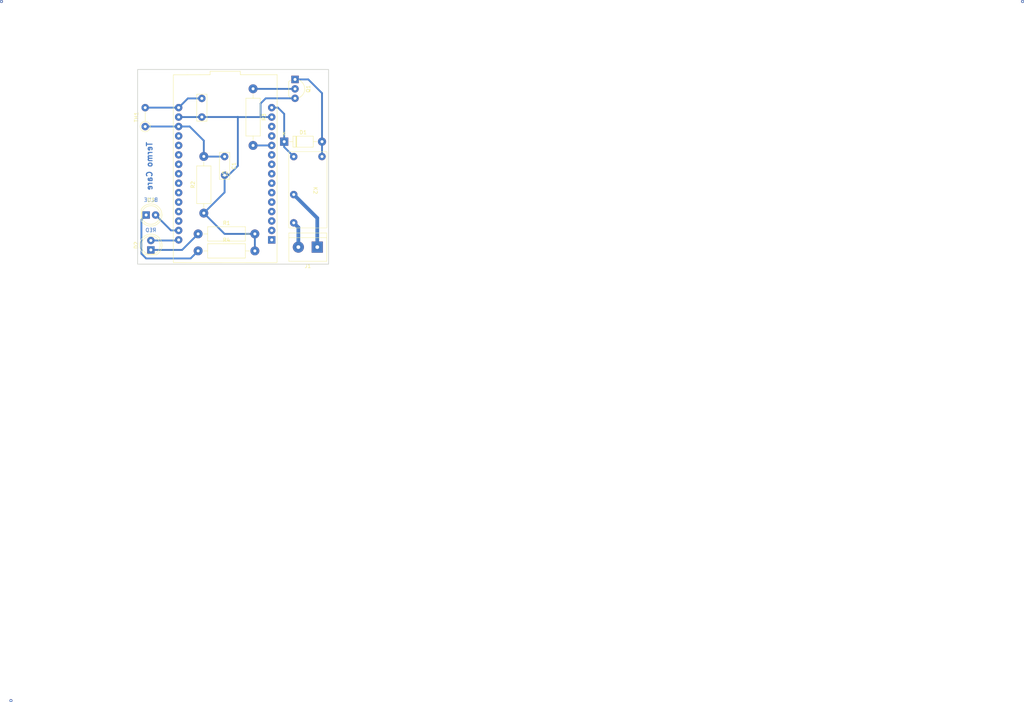
<source format=kicad_pcb>
(kicad_pcb (version 20221018) (generator pcbnew)
  (layers (0 "F.Cu" signal) (31 "B.Cu" signal) (34 "B.Paste" user) (35 "F.Paste" user) (36 "B.SilkS" user "B.Silkscreen") (37 "F.SilkS" user "F.Silkscreen") (38 "B.Mask" user) (39 "F.Mask" user) (44 "Edge.Cuts" user))
  (net 0 "")
  (net 1 "Net-(D1-A)")
  (net 2 "Net-(J1-Pin_1)")
  (net 3 "Net-(J1-Pin_2)")
  (net 4 "Net-(Q1-B)")
  (net 6 "+3V3")
  (net 15 "GND")
  (net 18 "+5V")
  (net 23 "Net-(S1-D14)")
  (net 26 "Net-(D2-A)")
  (net 27 "Net-(D3-A)")
  (net 28 "Net-(D2-K)")
  (net 29 "Net-(D3-K)")
  (net 30 "Net-(S1-D15)")
  (footprint "Resistor_THT:R_Axial_DIN0411_L9.9mm_D3.6mm_P15.24mm_Horizontal" (layer "F.Cu") (at 64.516 67.056 90)
    (fp_text reference "R2" (at 7.62 -2.92 90) (layer "F.SilkS"))
    (fp_text value "10k")
    (fp_line (start 1.44 0) (end 2.55 0) (stroke (width 0.12)) (layer "F.SilkS"))
    (fp_line (start 2.55 -1.92) (end 2.55 1.92) (stroke (width 0.12)) (layer "F.SilkS"))
    (fp_line (start 2.55 1.92) (end 12.69 1.92) (stroke (width 0.12)) (layer "F.SilkS"))
    (fp_line (start 12.69 -1.92) (end 2.55 -1.92) (stroke (width 0.12)) (layer "F.SilkS"))
    (fp_line (start 12.69 1.92) (end 12.69 -1.92) (stroke (width 0.12)) (layer "F.SilkS"))
    (fp_line (start 13.8 0) (end 12.69 0) (stroke (width 0.12)) (layer "F.SilkS"))
    (pad "1" thru_hole circle (at 0 0 90) (size 2.4 2.4) (drill 0.8) (layers "*.Cu" "*.Mask") (net 15 "GND"))
    (pad "2" thru_hole oval (at 15.24 0 90) (size 2.4 2.4) (drill 0.8) (layers "*.Cu" "*.Mask") (net 30 "Net-(S1-D15)"))
  )
  (footprint "TPSE:Relè_HF33F_CodiceRS_176-2640" (layer "F.Cu") (at 92.456 60.96 -90)
    (fp_text reference "K2" (at 0 -2.032 -90 unlocked) (layer "F.SilkS"))
    (fp_text value "RM50-xx21")
    (fp_rect (start -10.43 -5.14) (end 10.07 5.12) (stroke (width 0.1)) (fill none) (layer "F.SilkS"))
    (pad "1" thru_hole circle (at -9.1186 -3.815 270) (size 2 2) (drill 0.8) (layers "*.Cu" "*.Mask") (net 1 "Net-(D1-A)"))
    (pad "2" thru_hole circle (at -9.0932 3.7846 270) (size 2 2) (drill 0.8) (layers "*.Cu" "*.Mask") (net 18 "+5V"))
    (pad "3" thru_hole circle (at 1.1064 3.7846 270) (size 2 2) (drill 0.8) (layers "*.Cu" "*.Mask") (net 2 "Net-(J1-Pin_1)"))
    (pad "4" thru_hole circle (at 8.706 3.7846 270) (size 2 2) (drill 0.8) (layers "*.Cu" "*.Mask") (net 3 "Net-(J1-Pin_2)"))
  )
  (footprint "Resistor_THT:R_Axial_DIN0411_L9.9mm_D3.6mm_P15.24mm_Horizontal" (layer "F.Cu") (at 77.750709 33.62807 -90)
    (fp_text reference "R3" (at 7.62 -2.92 90) (layer "F.SilkS"))
    (fp_text value "10k")
    (fp_line (start 1.44 0) (end 2.55 0) (stroke (width 0.12)) (layer "F.SilkS"))
    (fp_line (start 2.55 -1.92) (end 2.55 1.92) (stroke (width 0.12)) (layer "F.SilkS"))
    (fp_line (start 2.55 1.92) (end 12.69 1.92) (stroke (width 0.12)) (layer "F.SilkS"))
    (fp_line (start 12.69 -1.92) (end 2.55 -1.92) (stroke (width 0.12)) (layer "F.SilkS"))
    (fp_line (start 12.69 1.92) (end 12.69 -1.92) (stroke (width 0.12)) (layer "F.SilkS"))
    (fp_line (start 13.8 0) (end 12.69 0) (stroke (width 0.12)) (layer "F.SilkS"))
    (pad "1" thru_hole circle (at 0 0 270) (size 2.4 2.4) (drill 0.8) (layers "*.Cu" "*.Mask") (net 4 "Net-(Q1-B)"))
    (pad "2" thru_hole oval (at 15.24 0 270) (size 2.4 2.4) (drill 0.8) (layers "*.Cu" "*.Mask") (net 23 "Net-(S1-D14)"))
  )
  (footprint "Capacitor_THT:C_Disc_D7.0mm_W2.5mm_P5.00mm" (layer "F.Cu") (at 70.104 51.856 -90)
    (fp_text reference "C1" (at 2.5 -2.5 90) (layer "F.SilkS"))
    (fp_text value "100n")
    (fp_line (start -1.12 -1.37) (end -1.12 1.37) (stroke (width 0.12)) (layer "F.SilkS"))
    (fp_line (start -1.12 -1.37) (end 6.12 -1.37) (stroke (width 0.12)) (layer "F.SilkS"))
    (fp_line (start -1.12 1.37) (end 6.12 1.37) (stroke (width 0.12)) (layer "F.SilkS"))
    (fp_line (start 6.12 -1.37) (end 6.12 1.37) (stroke (width 0.12)) (layer "F.SilkS"))
    (pad "1" thru_hole circle (at 0 0 270) (size 2 2) (drill 0.8) (layers "*.Cu" "*.Mask") (net 30 "Net-(S1-D15)"))
    (pad "2" thru_hole circle (at 5 0 270) (size 2 2) (drill 0.8) (layers "*.Cu" "*.Mask") (net 15 "GND"))
  )
  (footprint "Package_TO_SOT_THT:TO-92L_Inline_Wide" (layer "F.Cu") (at 89.022248 31.114925 -90)
    (fp_text reference "Q1" (at 2.54 -3.56 90) (layer "F.SilkS"))
    (fp_text value "BC337")
    (fp_line (start 0.6 1.7) (end 4.45 1.7) (stroke (width 0.12)) (layer "F.SilkS"))
    (fp_arc (start 0.1836 -1.098807) (mid 1.143021 -2.192817) (end 2.54 -2.6) (stroke (width 0.12)) (layer "F.SilkS"))
    (fp_arc (start 0.6 1.7) (mid 0.389183 1.423933) (end 0.217369 1.122045) (stroke (width 0.12)) (layer "F.SilkS"))
    (fp_arc (start 2.54 -2.6) (mid 3.936979 -2.192818) (end 4.8964 -1.098807) (stroke (width 0.12)) (layer "F.SilkS"))
    (fp_arc (start 4.842383 1.112264) (mid 4.666594 1.419753) (end 4.45 1.7) (stroke (width 0.12)) (layer "F.SilkS"))
    (pad "1" thru_hole rect (at 0 0 270) (size 2 2) (drill 0.8) (layers "*.Cu" "*.Mask") (net 1 "Net-(D1-A)"))
    (pad "2" thru_hole circle (at 2.54 0 270) (size 2 2) (drill 0.8) (layers "*.Cu" "*.Mask") (net 4 "Net-(Q1-B)"))
    (pad "3" thru_hole circle (at 5.08 0 270) (size 2 2) (drill 0.8) (layers "*.Cu" "*.Mask") (net 15 "GND"))
  )
  (footprint "Diode_THT:D_DO-41_SOD81_P10.16mm_Horizontal" (layer "F.Cu") (at 86.11188 47.841552)
    (fp_text reference "D1" (at 5.08 -2.47) (layer "F.SilkS"))
    (fp_text value "1N4007")
    (fp_text user "K" (at 0 -2.1) (layer "F.SilkS"))
    (fp_line (start 1.34 0) (end 2.36 0) (stroke (width 0.12)) (layer "F.SilkS"))
    (fp_line (start 2.36 -1.47) (end 2.36 1.47) (stroke (width 0.12)) (layer "F.SilkS"))
    (fp_line (start 2.36 1.47) (end 7.8 1.47) (stroke (width 0.12)) (layer "F.SilkS"))
    (fp_line (start 3.14 -1.47) (end 3.14 1.47) (stroke (width 0.12)) (layer "F.SilkS"))
    (fp_line (start 3.26 -1.47) (end 3.26 1.47) (stroke (width 0.12)) (layer "F.SilkS"))
    (fp_line (start 3.38 -1.47) (end 3.38 1.47) (stroke (width 0.12)) (layer "F.SilkS"))
    (fp_line (start 7.8 -1.47) (end 2.36 -1.47) (stroke (width 0.12)) (layer "F.SilkS"))
    (fp_line (start 7.8 1.47) (end 7.8 -1.47) (stroke (width 0.12)) (layer "F.SilkS"))
    (fp_line (start 8.82 0) (end 7.8 0) (stroke (width 0.12)) (layer "F.SilkS"))
    (pad "1" thru_hole rect (at 0 0) (size 2.2 2.2) (drill 0.8) (layers "*.Cu" "*.Mask") (net 18 "+5V"))
    (pad "2" thru_hole oval (at 10.16 0) (size 2.2 2.2) (drill 0.8) (layers "*.Cu" "*.Mask") (net 1 "Net-(D1-A)"))
  )
  (footprint "Resistor_THT:R_Axial_DIN0207_L6.3mm_D2.5mm_P5.08mm_Vertical" (layer "F.Cu") (at 48.768 43.782718 90)
    (fp_text reference "TH1" (at 2.54 -2.37 90) (layer "F.SilkS"))
    (fp_text value "Thermistor_NTC")
    (fp_line (start 1.37 0) (end 3.98 0) (stroke (width 0.12)) (layer "F.SilkS"))
    (fp_circle (center 0 0) (end 1.37 0) (stroke (width 0.12)) (fill none) (layer "F.SilkS"))
    (pad "1" thru_hole circle (at 0 0 90) (size 2 2) (drill 0.8) (layers "*.Cu" "*.Mask") (net 30 "Net-(S1-D15)"))
    (pad "2" thru_hole circle (at 5.08 0 90) (size 2 2) (drill 0.8) (layers "*.Cu" "*.Mask") (net 6 "+3V3"))
  )
  (footprint "LED_THT:LED_D5.0mm" (layer "F.Cu") (at 50.292 76.957 90)
    (fp_text reference "D2" (at 1.27 -3.96 90) (layer "F.SilkS"))
    (fp_text value "RED" (at 5.329 0) (layer "B.Cu") (effects (justify mirror)))
    (fp_line (start -1.29 -1.545) (end -1.29 1.545) (stroke (width 0.12)) (layer "F.SilkS"))
    (fp_arc (start -1.29 -1.54483) (mid 2.072002 -2.880433) (end 4.26 0.000462) (stroke (width 0.12)) (layer "F.SilkS"))
    (fp_arc (start 4.26 -0.000462) (mid 2.072002 2.880433) (end -1.29 1.54483) (stroke (width 0.12)) (layer "F.SilkS"))
    (fp_circle (center 1.27 0) (end 3.77 0) (stroke (width 0.12)) (fill none) (layer "F.SilkS"))
    (pad "1" thru_hole rect (at 0 0 90) (size 2 2) (drill 0.8) (layers "*.Cu" "*.Mask") (net 28 "Net-(D2-K)"))
    (pad "2" thru_hole circle (at 2.54 0 90) (size 2 2) (drill 0.8) (layers "*.Cu" "*.Mask") (net 26 "Net-(D2-A)"))
  )
  (footprint "TerminalBlock:TerminalBlock_bornier-2_P5.08mm" (layer "F.Cu") (at 94.996 76.2 180)
    (fp_text reference "J1" (at 2.54 -5.08) (layer "F.SilkS"))
    (fp_text value "guido")
    (fp_line (start -2.54 -3.81) (end -2.54 3.81) (stroke (width 0.12)) (layer "F.SilkS"))
    (fp_line (start -2.54 3.81) (end 7.62 3.81) (stroke (width 0.12)) (layer "F.SilkS"))
    (fp_line (start 7.62 -3.81) (end -2.54 -3.81) (stroke (width 0.12)) (layer "F.SilkS"))
    (fp_line (start 7.62 2.54) (end -2.54 2.54) (stroke (width 0.12)) (layer "F.SilkS"))
    (fp_line (start 7.62 3.81) (end 7.62 -3.81) (stroke (width 0.12)) (layer "F.SilkS"))
    (pad "1" thru_hole rect (at 0 0 180) (size 3 3) (drill 1) (layers "*.Cu" "*.Mask") (net 2 "Net-(J1-Pin_1)"))
    (pad "2" thru_hole circle (at 5.08 0 180) (size 3 3) (drill 1) (layers "*.Cu" "*.Mask") (net 3 "Net-(J1-Pin_2)"))
  )
  (footprint "Capacitor_THT:C_Disc_D7.0mm_W2.5mm_P5.00mm" (layer "F.Cu") (at 63.989975 36.220562 -90)
    (fp_text reference "C2" hide)
    (fp_text value "100n")
    (fp_line (start -1.12 -1.37) (end -1.12 1.37) (stroke (width 0.12)) (layer "F.SilkS"))
    (fp_line (start -1.12 -1.37) (end 6.12 -1.37) (stroke (width 0.12)) (layer "F.SilkS"))
    (fp_line (start -1.12 1.37) (end 6.12 1.37) (stroke (width 0.12)) (layer "F.SilkS"))
    (fp_line (start 6.12 -1.37) (end 6.12 1.37) (stroke (width 0.12)) (layer "F.SilkS"))
    (pad "1" thru_hole circle (at 0 0 270) (size 2 2) (drill 0.8) (layers "*.Cu" "*.Mask") (net 6 "+3V3"))
    (pad "2" thru_hole circle (at 5 0 270) (size 2 2) (drill 0.8) (layers "*.Cu" "*.Mask") (net 15 "GND"))
  )
  (footprint "LED_THT:LED_D5.0mm" (layer "F.Cu") (at 49.017 67.564)
    (fp_text reference "D3" (at 1.27 -3.96) (layer "F.SilkS"))
    (fp_text value "BLUE" (at 1.275 -4.064) (layer "B.Cu") (effects (justify mirror)))
    (fp_line (start -1.29 -1.545) (end -1.29 1.545) (stroke (width 0.12)) (layer "F.SilkS"))
    (fp_arc (start -1.29 -1.54483) (mid 2.072002 -2.880433) (end 4.26 0.000462) (stroke (width 0.12)) (layer "F.SilkS"))
    (fp_arc (start 4.26 -0.000462) (mid 2.072002 2.880433) (end -1.29 1.54483) (stroke (width 0.12)) (layer "F.SilkS"))
    (fp_circle (center 1.27 0) (end 3.77 0) (stroke (width 0.12)) (fill none) (layer "F.SilkS"))
    (pad "1" thru_hole rect (at 0 0) (size 2 2) (drill 0.8) (layers "*.Cu" "*.Mask") (net 29 "Net-(D3-K)"))
    (pad "2" thru_hole circle (at 2.54 0) (size 2 2) (drill 0.8) (layers "*.Cu" "*.Mask") (net 27 "Net-(D3-A)"))
  )
  (footprint "Resistor_THT:R_Axial_DIN0411_L9.9mm_D3.6mm_P15.24mm_Horizontal" (layer "F.Cu") (at 62.992 77.216)
    (fp_text reference "R4" (at 7.62 -2.92) (layer "F.SilkS"))
    (fp_text value "100")
    (fp_line (start 1.44 0) (end 2.55 0) (stroke (width 0.12)) (layer "F.SilkS"))
    (fp_line (start 2.55 -1.92) (end 2.55 1.92) (stroke (width 0.12)) (layer "F.SilkS"))
    (fp_line (start 2.55 1.92) (end 12.69 1.92) (stroke (width 0.12)) (layer "F.SilkS"))
    (fp_line (start 12.69 -1.92) (end 2.55 -1.92) (stroke (width 0.12)) (layer "F.SilkS"))
    (fp_line (start 12.69 1.92) (end 12.69 -1.92) (stroke (width 0.12)) (layer "F.SilkS"))
    (fp_line (start 13.8 0) (end 12.69 0) (stroke (width 0.12)) (layer "F.SilkS"))
    (pad "1" thru_hole circle (at 0 0) (size 2.4 2.4) (drill 0.8) (layers "*.Cu" "*.Mask") (net 29 "Net-(D3-K)"))
    (pad "2" thru_hole oval (at 15.24 0) (size 2.4 2.4) (drill 0.8) (layers "*.Cu" "*.Mask") (net 15 "GND"))
  )
  (footprint "Resistor_THT:R_Axial_DIN0411_L9.9mm_D3.6mm_P15.24mm_Horizontal" (layer "F.Cu") (at 62.992 72.644)
    (fp_text reference "R1" (at 7.62 -2.92) (layer "F.SilkS"))
    (fp_text value "100")
    (fp_line (start 1.44 0) (end 2.55 0) (stroke (width 0.12)) (layer "F.SilkS"))
    (fp_line (start 2.55 -1.92) (end 2.55 1.92) (stroke (width 0.12)) (layer "F.SilkS"))
    (fp_line (start 2.55 1.92) (end 12.69 1.92) (stroke (width 0.12)) (layer "F.SilkS"))
    (fp_line (start 12.69 -1.92) (end 2.55 -1.92) (stroke (width 0.12)) (layer "F.SilkS"))
    (fp_line (start 12.69 1.92) (end 12.69 -1.92) (stroke (width 0.12)) (layer "F.SilkS"))
    (fp_line (start 13.8 0) (end 12.69 0) (stroke (width 0.12)) (layer "F.SilkS"))
    (pad "1" thru_hole circle (at 0 0) (size 2.4 2.4) (drill 0.8) (layers "*.Cu" "*.Mask") (net 28 "Net-(D2-K)"))
    (pad "2" thru_hole oval (at 15.24 0) (size 2.4 2.4) (drill 0.8) (layers "*.Cu" "*.Mask") (net 15 "GND"))
  )
  (footprint "ESP32 Scuola:MODULE_ESP32-WROOM-32" (layer "F.Cu") (at 70.258401 53.953592 180)
    (fp_text reference "S1" (at 0 -2.54 180) (layer "F.SilkS"))
    (fp_text value "ESP32-WROOM-32")
    (fp_line (start -13.95 24.1) (end -4.07 24.1) (stroke (width 0.127)) (layer "F.SilkS"))
    (fp_line (start -13.925 -26.425) (end -13.95 24.1) (stroke (width 0.127)) (layer "F.SilkS"))
    (fp_line (start -13.85 -26.425) (end 13.925 -26.4) (stroke (width 0.12)) (layer "F.SilkS"))
    (fp_line (start -4.07 24.1) (end -4.07 25) (stroke (width 0.127)) (layer "F.SilkS"))
    (fp_line (start -4.07 25) (end 4.06 25) (stroke (width 0.127)) (layer "F.SilkS"))
    (fp_line (start 4.06 24.1) (end 13.9 24.075) (stroke (width 0.127)) (layer "F.SilkS"))
    (fp_line (start 4.06 25) (end 4.06 24.1) (stroke (width 0.127)) (layer "F.SilkS"))
    (fp_line (start 13.925 -26.35) (end 13.925 24.05) (stroke (width 0.12)) (layer "F.SilkS"))
    (pad "1" thru_hole rect (at -12.5 -20.3 180) (size 2 2) (drill 0.8) (layers "*.Cu" "*.Mask"))
    (pad "2" thru_hole oval (at -12.5 -17.76 180) (size 2 2) (drill 0.8) (layers "*.Cu" "*.Mask"))
    (pad "3" thru_hole oval (at -12.5 -15.22 180) (size 2 2) (drill 0.8) (layers "*.Cu" "*.Mask"))
    (pad "4" thru_hole oval (at -12.5 -12.68 180) (size 2 2) (drill 0.8) (layers "*.Cu" "*.Mask"))
    (pad "5" thru_hole oval (at -12.5 -10.14 180) (size 2 2) (drill 0.8) (layers "*.Cu" "*.Mask"))
    (pad "6" thru_hole oval (at -12.5 -7.6 180) (size 2 2) (drill 0.8) (layers "*.Cu" "*.Mask"))
    (pad "7" thru_hole oval (at -12.5 -5.06 180) (size 2 2) (drill 0.8) (layers "*.Cu" "*.Mask"))
    (pad "8" thru_hole oval (at -12.5 -2.52 180) (size 2 2) (drill 0.8) (layers "*.Cu" "*.Mask"))
    (pad "9" thru_hole oval (at -12.5 0.02 180) (size 2 2) (drill 0.8) (layers "*.Cu" "*.Mask"))
    (pad "10" thru_hole oval (at -12.5 2.56 180) (size 2 2) (drill 0.8) (layers "*.Cu" "*.Mask"))
    (pad "11" thru_hole oval (at -12.5 5.1 180) (size 2 2) (drill 0.8) (layers "*.Cu" "*.Mask") (net 23 "Net-(S1-D14)"))
    (pad "12" thru_hole oval (at -12.5 7.64 180) (size 2 2) (drill 0.8) (layers "*.Cu" "*.Mask"))
    (pad "13" thru_hole oval (at -12.5 10.18 180) (size 2 2) (drill 0.8) (layers "*.Cu" "*.Mask"))
    (pad "14" thru_hole oval (at -12.5 12.72 180) (size 2 2) (drill 0.8) (layers "*.Cu" "*.Mask") (net 15 "GND"))
    (pad "15" thru_hole oval (at -12.5 15.26 180) (size 2 2) (drill 0.8) (layers "*.Cu" "*.Mask") (net 18 "+5V"))
    (pad "16" thru_hole oval (at 12.5 15.26 180) (size 2 2) (drill 0.8) (layers "*.Cu" "*.Mask") (net 6 "+3V3"))
    (pad "17" thru_hole oval (at 12.5 12.72 180) (size 2 2) (drill 0.8) (layers "*.Cu" "*.Mask") (net 15 "GND"))
    (pad "18" thru_hole oval (at 12.5 10.18 180) (size 2 2) (drill 0.8) (layers "*.Cu" "*.Mask") (net 30 "Net-(S1-D15)"))
    (pad "19" thru_hole oval (at 12.5 7.64 180) (size 2 2) (drill 0.8) (layers "*.Cu" "*.Mask"))
    (pad "20" thru_hole oval (at 12.5 5.1 180) (size 2 2) (drill 0.8) (layers "*.Cu" "*.Mask"))
    (pad "21" thru_hole oval (at 12.5 2.56 180) (size 2 2) (drill 0.8) (layers "*.Cu" "*.Mask"))
    (pad "22" thru_hole oval (at 12.5 0.02 180) (size 2 2) (drill 0.8) (layers "*.Cu" "*.Mask"))
    (pad "23" thru_hole oval (at 12.5 -2.52 180) (size 2 2) (drill 0.8) (layers "*.Cu" "*.Mask"))
    (pad "24" thru_hole oval (at 12.5 -5.06 180) (size 2 2) (drill 0.8) (layers "*.Cu" "*.Mask"))
    (pad "25" thru_hole oval (at 12.5 -7.6 180) (size 2 2) (drill 0.8) (layers "*.Cu" "*.Mask"))
    (pad "26" thru_hole oval (at 12.5 -10.14 180) (size 2 2) (drill 0.8) (layers "*.Cu" "*.Mask"))
    (pad "27" thru_hole oval (at 12.5 -12.68 180) (size 2 2) (drill 0.8) (layers "*.Cu" "*.Mask"))
    (pad "28" thru_hole oval (at 12.5 -15.22 180) (size 2 2) (drill 0.8) (layers "*.Cu" "*.Mask"))
    (pad "29" thru_hole oval (at 12.5 -17.76 180) (size 2 2) (drill 0.8) (layers "*.Cu" "*.Mask") (net 27 "Net-(D3-A)"))
    (pad "30" thru_hole oval (at 12.5 -20.3 180) (size 2 2) (drill 0.8) (layers "*.Cu" "*.Mask") (net 26 "Net-(D2-A)"))
  )
  (gr_rect (start 46.736 28.448) (end 98.044 80.772) (stroke (width 0.2)) (fill none) (layer "Edge.Cuts"))
  (gr_text "Termo Care" (at 50.8 47.752 90) (layer "B.Cu") (effects (font (size 1.5 1.5) (thickness 0.3) bold) (justify left bottom mirror)))
  (via (at 10.16 10.16) (size 0.8) (drill 0.4) (layers "F.Cu" "B.Cu") (net 0))
  (via (at 284.48 10.16) (size 0.8) (drill 0.4) (layers "F.Cu" "B.Cu") (net 0))
  (via (at 12.7 198.12) (size 0.8) (drill 0.4) (layers "F.Cu" "B.Cu") (net 0))
  (segment (start 96.27188 47.841552) (end 96.27188 51.84052) (width 0.5) (layer "B.Cu") (net 1))
  (segment (start 96.27188 34.80388) (end 92.582925 31.114925) (width 0.5) (layer "B.Cu") (net 1))
  (segment (start 96.27188 51.84052) (end 96.271 51.8414) (width 0.5) (layer "B.Cu") (net 1))
  (segment (start 92.582925 31.114925) (end 89.022248 31.114925) (width 0.5) (layer "B.Cu") (net 1))
  (segment (start 96.27188 47.841552) (end 96.27188 34.80388) (width 0.5) (layer "B.Cu") (net 1))
  (segment (start 94.996 68.391) (end 94.996 76.2) (width 1) (layer "B.Cu") (net 2))
  (segment (start 88.6714 62.0664) (end 94.996 68.391) (width 1) (layer "B.Cu") (net 2))
  (segment (start 89.916 70.9106) (end 88.6714 69.666) (width 1) (layer "B.Cu") (net 3))
  (segment (start 89.916 76.2) (end 89.916 70.9106) (width 1) (layer "B.Cu") (net 3))
  (segment (start 77.777564 33.654925) (end 77.750709 33.62807) (width 0.5) (layer "B.Cu") (net 4))
  (segment (start 89.022248 33.654925) (end 77.777564 33.654925) (width 0.5) (layer "B.Cu") (net 4))
  (segment (start 48.777126 38.693592) (end 48.768 38.702718) (width 0.5) (layer "B.Cu") (net 6))
  (segment (start 57.758401 38.693592) (end 48.777126 38.693592) (width 0.5) (layer "B.Cu") (net 6))
  (segment (start 57.749275 38.702718) (end 57.758401 38.693592) (width 0.5) (layer "B.Cu") (net 6))
  (segment (start 57.447809 38.383) (end 57.758401 38.693592) (width 0.5) (layer "B.Cu") (net 6))
  (segment (start 63.989975 36.220562) (end 60.231431 36.220562) (width 0.5) (layer "B.Cu") (net 6))
  (segment (start 60.231431 36.220562) (end 57.758401 38.693592) (width 0.5) (layer "B.Cu") (net 6))
  (segment (start 73.66 54.356) (end 73.66 41.233592) (width 0.5) (layer "B.Cu") (net 15))
  (segment (start 81.153075 36.194925) (end 79.756 37.592) (width 0.5) (layer "B.Cu") (net 15))
  (segment (start 70.104 72.644) (end 64.516 67.056) (width 0.5) (layer "B.Cu") (net 15))
  (segment (start 70.104 56.856) (end 71.16 56.856) (width 0.5) (layer "B.Cu") (net 15))
  (segment (start 79.756 37.592) (end 79.756 41.233592) (width 0.5) (layer "B.Cu") (net 15))
  (segment (start 71.16 56.856) (end 73.66 54.356) (width 0.5) (layer "B.Cu") (net 15))
  (segment (start 70.104 56.856) (end 70.104 61.468) (width 0.5) (layer "B.Cu") (net 15))
  (segment (start 57.758401 41.233592) (end 63.976945 41.233592) (width 0.5) (layer "B.Cu") (net 15))
  (segment (start 73.66 41.233592) (end 79.756 41.233592) (width 0.5) (layer "B.Cu") (net 15))
  (segment (start 73.66 41.233592) (end 73.64697 41.220562) (width 0.5) (layer "B.Cu") (net 15))
  (segment (start 70.104 61.468) (end 64.516 67.056) (width 0.5) (layer "B.Cu") (net 15))
  (segment (start 73.64697 41.220562) (end 63.989975 41.220562) (width 0.5) (layer "B.Cu") (net 15))
  (segment (start 79.756 41.233592) (end 82.758401 41.233592) (width 0.5) (layer "B.Cu") (net 15))
  (segment (start 89.022248 36.194925) (end 81.153075 36.194925) (width 0.5) (layer "B.Cu") (net 15))
  (segment (start 63.976945 41.233592) (end 63.989975 41.220562) (width 0.5) (layer "B.Cu") (net 15))
  (segment (start 78.232 77.216) (end 78.232 72.644) (width 0.5) (layer "B.Cu") (net 15))
  (segment (start 78.232 72.644) (end 70.104 72.644) (width 0.5) (layer "B.Cu") (net 15))
  (segment (start 86.11188 40.39188) (end 86.11188 47.841552) (width 0.5) (layer "B.Cu") (net 18))
  (segment (start 88.6714 51.8668) (end 86.11188 49.30728) (width 0.5) (layer "B.Cu") (net 18))
  (segment (start 84.413592 38.693592) (end 86.11188 40.39188) (width 0.5) (layer "B.Cu") (net 18))
  (segment (start 86.11188 49.30728) (end 86.11188 47.841552) (width 0.5) (layer "B.Cu") (net 18))
  (segment (start 82.758401 38.693592) (end 84.413592 38.693592) (width 0.5) (layer "B.Cu") (net 18))
  (segment (start 77.750709 48.86807) (end 82.743923 48.86807) (width 0.5) (layer "B.Cu") (net 23))
  (segment (start 82.743923 48.86807) (end 82.758401 48.853592) (width 0.5) (layer "B.Cu") (net 23))
  (segment (start 50.292 74.417) (end 57.594993 74.417) (width 0.5) (layer "B.Cu") (net 26))
  (segment (start 57.594993 74.417) (end 57.758401 74.253592) (width 0.5) (layer "B.Cu") (net 26))
  (segment (start 57.758401 71.713592) (end 55.706592 71.713592) (width 0.5) (layer "B.Cu") (net 27))
  (segment (start 57.75436 71.717633) (end 57.758401 71.713592) (width 0.5) (layer "B.Cu") (net 27))
  (segment (start 55.706592 71.713592) (end 51.557 67.564) (width 0.5) (layer "B.Cu") (net 27))
  (segment (start 62.992 72.644) (end 58.679 76.957) (width 0.5) (layer "B.Cu") (net 28))
  (segment (start 58.679 76.957) (end 50.292 76.957) (width 0.5) (layer "B.Cu") (net 28))
  (segment (start 49.027 79.248) (end 47.752 77.973) (width 0.5) (layer "B.Cu") (net 29))
  (segment (start 47.752 68.829) (end 49.017 67.564) (width 0.5) (layer "B.Cu") (net 29))
  (segment (start 47.752 77.973) (end 47.752 68.829) (width 0.5) (layer "B.Cu") (net 29))
  (segment (start 60.96 79.248) (end 49.027 79.248) (width 0.5) (layer "B.Cu") (net 29))
  (segment (start 62.992 77.216) (end 60.96 79.248) (width 0.5) (layer "B.Cu") (net 29))
  (segment (start 57.758401 43.773592) (end 48.777126 43.773592) (width 0.5) (layer "B.Cu") (net 30))
  (segment (start 60.706 43.773592) (end 64.516 47.583592) (width 0.5) (layer "B.Cu") (net 30))
  (segment (start 48.777126 43.773592) (end 48.768 43.782718) (width 0.5) (layer "B.Cu") (net 30))
  (segment (start 57.758401 43.773592) (end 60.706 43.773592) (width 0.5) (layer "B.Cu") (net 30))
  (segment (start 64.516 47.583592) (end 64.516 51.816) (width 0.5) (layer "B.Cu") (net 30))
  (segment (start 57.749275 43.782718) (end 57.758401 43.773592) (width 0.5) (layer "B.Cu") (net 30))
  (segment (start 70.104 51.856) (end 64.556 51.856) (width 0.5) (layer "B.Cu") (net 30))
  (segment (start 64.556 51.856) (end 64.516 51.816) (width 0.5) (layer "B.Cu") (net 30))
)
</source>
